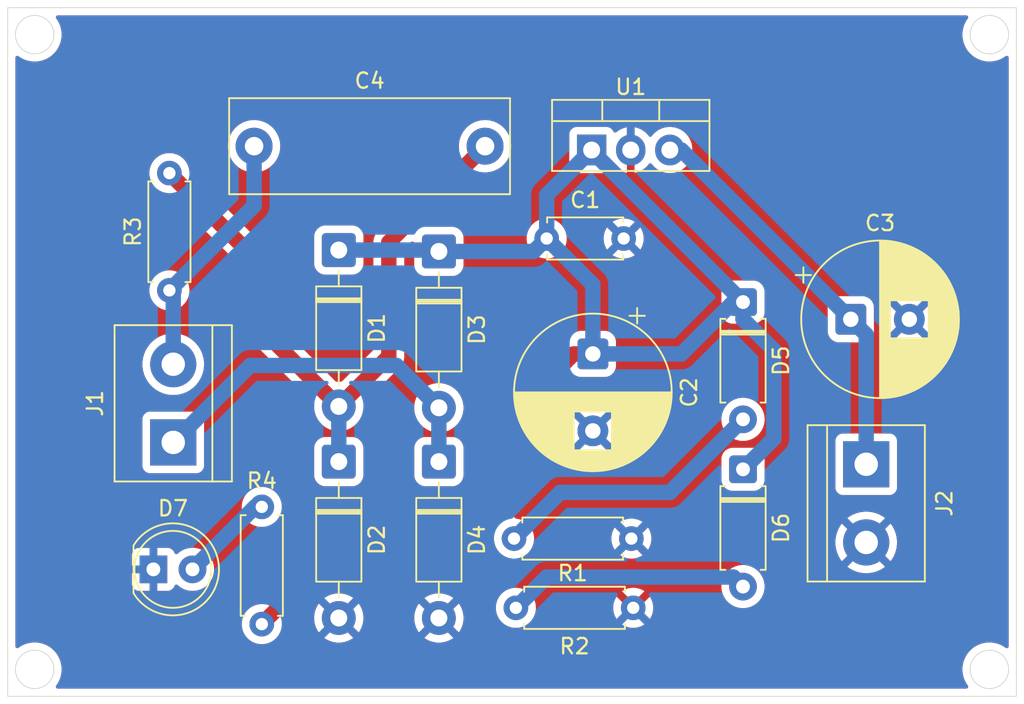
<source format=kicad_pcb>
(kicad_pcb (version 20241229) (generator "pcbnew") (generator_version "9.0")
  (layers (0 "F.Cu" signal) (2 "B.Cu" signal) (13 "F.Paste" user) (15 "B.Paste" user) (5 "F.SilkS" user "F.Silkscreen") (7 "B.SilkS" user "B.Silkscreen") (1 "F.Mask" user) (3 "B.Mask" user) (25 "Edge.Cuts" user))
  (net 0 "")
  (net 1 "Net-(D1-K)")
  (net 2 "GND")
  (net 3 "Net-(J2-Pin_1)")
  (net 4 "Net-(J1-Pin_2)")
  (net 5 "Net-(D1-A)")
  (net 6 "Net-(D3-A)")
  (net 7 "Net-(D5-A)")
  (net 8 "Net-(D6-A)")
  (net 9 "Net-(D7-A)")
  (footprint "Resistor_THT:R_Axial_DIN0207_L6.3mm_D2.5mm_P7.62mm_Horizontal" (layer "F.Cu") (at 157.63 109.5)
    (property "Reference" "R1" (at 3.81 2.25 0) (layer "F.SilkS"))
    (property "Value" "20K" (hide yes))
    (pad "1" thru_hole circle (at 0 0) (size 1.6 1.6) (drill 0.8) (layers "*.Cu" "*.Mask") (net 7 "Net-(D5-A)"))
    (pad "2" thru_hole circle (at 7.62 0) (size 1.6 1.6) (drill 0.8) (layers "*.Cu" "*.Mask") (net 2 "GND"))
  )
  (footprint "Capacitor_THT:CP_Radial_D10.0mm_P3.80mm" (layer "F.Cu") (at 179.5 95.25)
    (property "Reference" "C3" (at 1.9 -6.25 0) (layer "F.SilkS"))
    (property "Value" "470uF" (hide yes))
    (pad "1" thru_hole roundrect (at 0 0) (size 2 2) (drill 1) (layers "*.Cu" "*.Mask") (roundrect_rratio 0.125) (net 3 "Net-(J2-Pin_1)"))
    (pad "2" thru_hole circle (at 3.8 0) (size 2 2) (drill 1) (layers "*.Cu" "*.Mask") (net 2 "GND"))
  )
  (footprint "Package_TO_SOT_THT:TO-220-3_Vertical" (layer "F.Cu") (at 162.67 84.25)
    (property "Reference" "U1" (at 2.54 -4.1 0) (layer "F.SilkS"))
    (property "Value" "LM7805_TO220" (hide yes))
    (pad "1" thru_hole rect (at 0 0) (size 1.905 2) (drill 1.1) (layers "*.Cu" "*.Mask") (net 1 "Net-(D1-K)"))
    (pad "2" thru_hole oval (at 2.54 0) (size 1.905 2) (drill 1.1) (layers "*.Cu" "*.Mask") (net 2 "GND"))
    (pad "3" thru_hole oval (at 5.08 0) (size 1.905 2) (drill 1.1) (layers "*.Cu" "*.Mask") (net 3 "Net-(J2-Pin_1)"))
  )
  (footprint "TerminalBlock:TerminalBlock_bornier-2_P5.08mm" (layer "F.Cu") (at 135.5 103.25 90)
    (property "Reference" "J1" (at 2.54 -5.08 90) (layer "F.SilkS"))
    (property "Value" "Screw_Terminal_01x02" (hide yes))
    (pad "1" thru_hole rect (at 0 0 90) (size 3 3) (drill 1.52) (layers "*.Cu" "*.Mask") (net 6 "Net-(D3-A)"))
    (pad "2" thru_hole circle (at 5.08 0 90) (size 3 3) (drill 1.52) (layers "*.Cu" "*.Mask") (net 4 "Net-(J1-Pin_2)"))
  )
  (footprint "Resistor_THT:R_Axial_DIN0207_L6.3mm_D2.5mm_P7.62mm_Horizontal" (layer "F.Cu") (at 157.75 114)
    (property "Reference" "R2" (at 3.81 2.5 0) (layer "F.SilkS"))
    (property "Value" "20K" (hide yes))
    (pad "1" thru_hole circle (at 0 0) (size 1.6 1.6) (drill 0.8) (layers "*.Cu" "*.Mask") (net 8 "Net-(D6-A)"))
    (pad "2" thru_hole circle (at 7.62 0) (size 1.6 1.6) (drill 0.8) (layers "*.Cu" "*.Mask") (net 2 "GND"))
  )
  (footprint "Diode_THT:D_DO-41_SOD81_P10.16mm_Horizontal" (layer "F.Cu") (at 152.75 90.84 -90)
    (property "Reference" "D3" (at 5.08 -2.47 90) (layer "F.SilkS"))
    (property "Value" "1N4007" (hide yes))
    (pad "1" thru_hole roundrect (at 0 0 270) (size 2.2 2.2) (drill 1.1) (layers "*.Cu" "*.Mask") (roundrect_rratio 0.113636) (net 1 "Net-(D1-K)"))
    (pad "2" thru_hole circle (at 10.16 0 270) (size 2.2 2.2) (drill 1.1) (layers "*.Cu" "*.Mask") (net 6 "Net-(D3-A)"))
  )
  (footprint "Diode_THT:D_A-405_P7.62mm_Horizontal" (layer "F.Cu") (at 172.5 94.13 -90)
    (property "Reference" "D5" (at 3.81 -2.47 90) (layer "F.SilkS"))
    (property "Value" "D_Zener")
    (pad "1" thru_hole roundrect (at 0 0 270) (size 1.8 1.8) (drill 0.9) (layers "*.Cu" "*.Mask") (roundrect_rratio 0.138889) (net 1 "Net-(D1-K)"))
    (pad "2" thru_hole circle (at 7.62 0 270) (size 1.8 1.8) (drill 0.9) (layers "*.Cu" "*.Mask") (net 7 "Net-(D5-A)"))
  )
  (footprint "Resistor_THT:R_Axial_DIN0207_L6.3mm_D2.5mm_P7.62mm_Horizontal" (layer "F.Cu") (at 135.25 93.37 90)
    (property "Reference" "R3" (at 3.81 -2.37 90) (layer "F.SilkS"))
    (property "Value" "1M" (hide yes))
    (pad "1" thru_hole circle (at 0 0 90) (size 1.6 1.6) (drill 0.8) (layers "*.Cu" "*.Mask") (net 4 "Net-(J1-Pin_2)"))
    (pad "2" thru_hole circle (at 7.62 0 90) (size 1.6 1.6) (drill 0.8) (layers "*.Cu" "*.Mask") (net 5 "Net-(D1-A)"))
  )
  (footprint "Resistor_THT:R_Axial_DIN0207_L6.3mm_D2.5mm_P7.62mm_Horizontal" (layer "F.Cu") (at 141.25 115.06 90)
    (property "Reference" "R4" (at 9.31 0 180) (layer "F.SilkS"))
    (property "Value" "2.2K" (hide yes))
    (pad "1" thru_hole circle (at 0 0 90) (size 1.6 1.6) (drill 0.8) (layers "*.Cu" "*.Mask") (net 1 "Net-(D1-K)"))
    (pad "2" thru_hole circle (at 7.62 0 90) (size 1.6 1.6) (drill 0.8) (layers "*.Cu" "*.Mask") (net 9 "Net-(D7-A)"))
  )
  (footprint "Capacitor_THT:CP_Radial_D10.0mm_P5.00mm" (layer "F.Cu") (at 162.75 97.5 -90)
    (property "Reference" "C2" (at 2.5 -6.25 90) (layer "F.SilkS"))
    (property "Value" "1000uF" (hide yes))
    (pad "1" thru_hole roundrect (at 0 0 270) (size 2 2) (drill 1) (layers "*.Cu" "*.Mask") (roundrect_rratio 0.125) (net 1 "Net-(D1-K)"))
    (pad "2" thru_hole circle (at 5 0 270) (size 2 2) (drill 1) (layers "*.Cu" "*.Mask") (net 2 "GND"))
  )
  (footprint "Diode_THT:D_DO-41_SOD81_P10.16mm_Horizontal" (layer "F.Cu") (at 146.25 90.75 -90)
    (property "Reference" "D1" (at 5.08 -2.47 90) (layer "F.SilkS"))
    (property "Value" "1N4007" (hide yes))
    (pad "1" thru_hole roundrect (at 0 0 270) (size 2.2 2.2) (drill 1.1) (layers "*.Cu" "*.Mask") (roundrect_rratio 0.113636) (net 1 "Net-(D1-K)"))
    (pad "2" thru_hole circle (at 10.16 0 270) (size 2.2 2.2) (drill 1.1) (layers "*.Cu" "*.Mask") (net 5 "Net-(D1-A)"))
  )
  (footprint "TerminalBlock:TerminalBlock_bornier-2_P5.08mm" (layer "F.Cu") (at 180.5 104.67 -90)
    (property "Reference" "J2" (at 2.54 -5.08 90) (layer "F.SilkS"))
    (property "Value" "Screw_Terminal_01x02" (hide yes))
    (pad "1" thru_hole rect (at 0 0 270) (size 3 3) (drill 1.52) (layers "*.Cu" "*.Mask") (net 3 "Net-(J2-Pin_1)"))
    (pad "2" thru_hole circle (at 5.08 0 270) (size 3 3) (drill 1.52) (layers "*.Cu" "*.Mask") (net 2 "GND"))
  )
  (footprint "Diode_THT:D_A-405_P7.62mm_Horizontal" (layer "F.Cu") (at 172.5 105 -90)
    (property "Reference" "D6" (at 3.81 -2.47 90) (layer "F.SilkS"))
    (property "Value" "D_Zener")
    (pad "1" thru_hole roundrect (at 0 0 270) (size 1.8 1.8) (drill 0.9) (layers "*.Cu" "*.Mask") (roundrect_rratio 0.138889) (net 1 "Net-(D1-K)"))
    (pad "2" thru_hole circle (at 7.62 0 270) (size 1.8 1.8) (drill 0.9) (layers "*.Cu" "*.Mask") (net 8 "Net-(D6-A)"))
  )
  (footprint "Diode_THT:D_DO-41_SOD81_P10.16mm_Horizontal" (layer "F.Cu") (at 152.75 104.5 -90)
    (property "Reference" "D4" (at 5.08 -2.47 90) (layer "F.SilkS"))
    (property "Value" "1N4007" (hide yes))
    (pad "1" thru_hole roundrect (at 0 0 270) (size 2.2 2.2) (drill 1.1) (layers "*.Cu" "*.Mask") (roundrect_rratio 0.113636) (net 6 "Net-(D3-A)"))
    (pad "2" thru_hole circle (at 10.16 0 270) (size 2.2 2.2) (drill 1.1) (layers "*.Cu" "*.Mask") (net 2 "GND"))
  )
  (footprint "Capacitor_THT:C_Disc_D4.7mm_W2.5mm_P5.00mm" (layer "F.Cu") (at 159.75 90)
    (property "Reference" "C1" (at 2.5 -2.5 0) (layer "F.SilkS"))
    (property "Value" "0.1uF" (hide yes))
    (pad "1" thru_hole circle (at 0 0) (size 1.6 1.6) (drill 0.8) (layers "*.Cu" "*.Mask") (net 1 "Net-(D1-K)"))
    (pad "2" thru_hole circle (at 5 0) (size 1.6 1.6) (drill 0.8) (layers "*.Cu" "*.Mask") (net 2 "GND"))
  )
  (footprint "Diode_THT:D_DO-41_SOD81_P10.16mm_Horizontal" (layer "F.Cu") (at 146.25 104.5 -90)
    (property "Reference" "D2" (at 5.08 -2.47 90) (layer "F.SilkS"))
    (property "Value" "1N4007" (hide yes))
    (pad "1" thru_hole roundrect (at 0 0 270) (size 2.2 2.2) (drill 1.1) (layers "*.Cu" "*.Mask") (roundrect_rratio 0.113636) (net 5 "Net-(D1-A)"))
    (pad "2" thru_hole circle (at 10.16 0 270) (size 2.2 2.2) (drill 1.1) (layers "*.Cu" "*.Mask") (net 2 "GND"))
  )
  (footprint "LED_THT:LED_D5.0mm" (layer "F.Cu") (at 134.21 111.5)
    (property "Reference" "D7" (at 1.27 -3.96 0) (layer "F.SilkS"))
    (property "Value" "LED" (hide yes))
    (pad "1" thru_hole rect (at 0 0) (size 1.8 1.8) (drill 0.9) (layers "*.Cu" "*.Mask") (net 2 "GND"))
    (pad "2" thru_hole circle (at 2.54 0) (size 1.8 1.8) (drill 0.9) (layers "*.Cu" "*.Mask") (net 9 "Net-(D7-A)"))
  )
  (footprint "Capacitor_THT:C_Rect_L18.0mm_W6.0mm_P15.00mm_FKS3_FKP3" (layer "F.Cu") (at 140.75 84)
    (property "Reference" "C4" (at 7.5 -4.25 0) (layer "F.SilkS"))
    (property "Value" "225k/2.2uF" (hide yes))
    (pad "1" thru_hole circle (at 0 0) (size 2.4 2.4) (drill 1.2) (layers "*.Cu" "*.Mask") (net 4 "Net-(J1-Pin_2)"))
    (pad "2" thru_hole circle (at 15 0) (size 2.4 2.4) (drill 1.2) (layers "*.Cu" "*.Mask") (net 5 "Net-(D1-A)"))
  )
  (gr_circle (center 188.5 76.75) (end 189.25 77.75) (stroke (width 0.05)) (fill no) (layer "Edge.Cuts"))
  (gr_circle (center 126.5 118) (end 127.25 119) (stroke (width 0.05)) (fill no) (layer "Edge.Cuts"))
  (gr_circle (center 126.5 76.75) (end 127.25 77.75) (stroke (width 0.05)) (fill no) (layer "Edge.Cuts"))
  (gr_circle (center 188.5 118) (end 189.25 119) (stroke (width 0.05)) (fill no) (layer "Edge.Cuts"))
  (gr_rect (start 124.75 75) (end 190.25 119.75) (stroke (width 0.05)) (fill no) (layer "Edge.Cuts"))
  (segment (start 161.5 97.5) (end 162.75 97.5) (width 1) (layer "F.Cu") (net 1))
  (segment (start 141.25 115.06) (end 147.06 109.25) (width 1) (layer "F.Cu") (net 1))
  (segment (start 158.5 105.75) (end 158.5 100.5) (width 1) (layer "F.Cu") (net 1))
  (segment (start 155 109.25) (end 158.5 105.75) (width 1) (layer "F.Cu") (net 1))
  (segment (start 158.5 100.5) (end 161.5 97.5) (width 1) (layer "F.Cu") (net 1))
  (segment (start 147.06 109.25) (end 155 109.25) (width 1) (layer "F.Cu") (net 1))
  (segment (start 162.75 93) (end 159.75 90) (width 1) (layer "B.Cu") (net 1))
  (segment (start 172.5 105) (end 174.5 103) (width 1) (layer "B.Cu") (net 1))
  (segment (start 159.75 87.17) (end 162.67 84.25) (width 1) (layer "B.Cu") (net 1))
  (segment (start 146.25 90.75) (end 152.66 90.75) (width 1) (layer "B.Cu") (net 1))
  (segment (start 168.5 97.5) (end 162.75 97.5) (width 1) (layer "B.Cu") (net 1))
  (segment (start 172.5 94.13) (end 171.87 94.13) (width 1) (layer "B.Cu") (net 1))
  (segment (start 162.67 84.3) (end 162.67 84.25) (width 1) (layer "B.Cu") (net 1))
  (segment (start 174.5 103) (end 174.5 97.25) (width 1) (layer "B.Cu") (net 1))
  (segment (start 171.87 94.13) (end 168.5 97.5) (width 1) (layer "B.Cu") (net 1))
  (segment (start 174.5 97.25) (end 172.5 95.25) (width 1) (layer "B.Cu") (net 1))
  (segment (start 158.91 90.84) (end 159.75 90) (width 1) (layer "B.Cu") (net 1))
  (segment (start 159.75 90) (end 159.75 87.17) (width 1) (layer "B.Cu") (net 1))
  (segment (start 162.75 97.5) (end 162.75 93) (width 1) (layer "B.Cu") (net 1))
  (segment (start 172.5 94.13) (end 162.67 84.3) (width 1) (layer "B.Cu") (net 1))
  (segment (start 152.75 90.84) (end 158.91 90.84) (width 1) (layer "B.Cu") (net 1))
  (segment (start 152.66 90.75) (end 152.75 90.84) (width 1) (layer "B.Cu") (net 1))
  (segment (start 172.5 95.25) (end 172.5 94.13) (width 1) (layer "B.Cu") (net 1))
  (segment (start 180.5 96.25) (end 179.5 95.25) (width 1) (layer "B.Cu") (net 3))
  (segment (start 168.5 84.25) (end 179.5 95.25) (width 1) (layer "B.Cu") (net 3))
  (segment (start 180.5 104.67) (end 180.5 96.25) (width 1) (layer "B.Cu") (net 3))
  (segment (start 167.75 84.25) (end 168.5 84.25) (width 1) (layer "B.Cu") (net 3))
  (segment (start 135.5 93.62) (end 135.25 93.37) (width 1) (layer "B.Cu") (net 4))
  (segment (start 135.5 98.17) (end 135.5 93.62) (width 1) (layer "B.Cu") (net 4))
  (segment (start 140.75 84) (end 140.75 87.87) (width 1) (layer "B.Cu") (net 4))
  (segment (start 140.75 87.87) (end 135.25 93.37) (width 1) (layer "B.Cu") (net 4))
  (segment (start 149.5 90.25) (end 149.5 97.66) (width 1) (layer "F.Cu") (net 5))
  (segment (start 141.75 92.25) (end 141.75 96.41) (width 1) (layer "F.Cu") (net 5))
  (segment (start 135.25 85.75) (end 141.75 92.25) (width 1) (layer "F.Cu") (net 5))
  (segment (start 141.75 96.41) (end 146.25 100.91) (width 1) (layer "F.Cu") (net 5))
  (segment (start 155.75 84) (end 149.5 90.25) (width 1) (layer "F.Cu") (net 5))
  (segment (start 149.5 97.66) (end 146.25 100.91) (width 1) (layer "F.Cu") (net 5))
  (segment (start 146.25 104.5) (end 146.25 100.91) (width 1) (layer "B.Cu") (net 5))
  (segment (start 152.75 101) (end 150 98.25) (width 1) (layer "B.Cu") (net 6))
  (segment (start 152.75 104.5) (end 152.75 101) (width 1) (layer "B.Cu") (net 6))
  (segment (start 140.5 98.25) (end 135.5 103.25) (width 1) (layer "B.Cu") (net 6))
  (segment (start 150 98.25) (end 140.5 98.25) (width 1) (layer "B.Cu") (net 6))
  (segment (start 167.75 106.5) (end 172.5 101.75) (width 1) (layer "B.Cu") (net 7))
  (segment (start 160.63 106.5) (end 167.75 106.5) (width 1) (layer "B.Cu") (net 7))
  (segment (start 157.63 109.5) (end 160.63 106.5) (width 1) (layer "B.Cu") (net 7))
  (segment (start 171.88 112) (end 159.75 112) (width 1) (layer "B.Cu") (net 8))
  (segment (start 159.75 112) (end 157.75 114) (width 1) (layer "B.Cu") (net 8))
  (segment (start 172.5 112.62) (end 171.88 112) (width 1) (layer "B.Cu") (net 8))
  (segment (start 141.25 107.44) (end 140.81 107.44) (width 1) (layer "B.Cu") (net 9))
  (segment (start 140.81 107.44) (end 136.75 111.5) (width 1) (layer "B.Cu") (net 9))
  (zone (net 2) (net_name "GND") (layers "F.Cu" "B.Cu") (connect_pads (clearance 0.5)) (min_thickness 0.25) (fill yes (thermal_gap 0.5) (thermal_bridge_width 0.5))
    (polygon (pts (xy 124.25 74.5) (xy 190.75 74.5) (xy 190.75 120.25) (xy 124.25 120.25)))
  )
)
</source>
